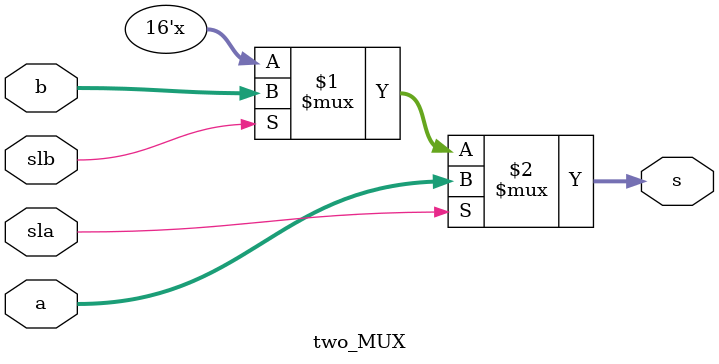
<source format=sv>
`timescale 1ns/1ns
module two_MUX(input [15:0] a, b, input sla, slb, output [15:0] s);
	assign s = sla ? a:
	           slb ? b: 16'b z;
endmodule

</source>
